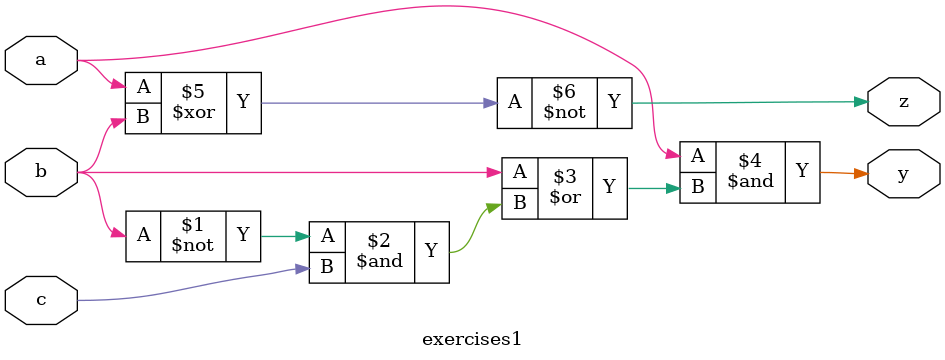
<source format=v>
`timescale 1ns / 1ps


module exercises1(
    input a,
    input b,
    input c,
    output y,
    output z
    );

assign y = a & ( b | ~b&c); 
assign z = ~(a ^ b);
endmodule




</source>
